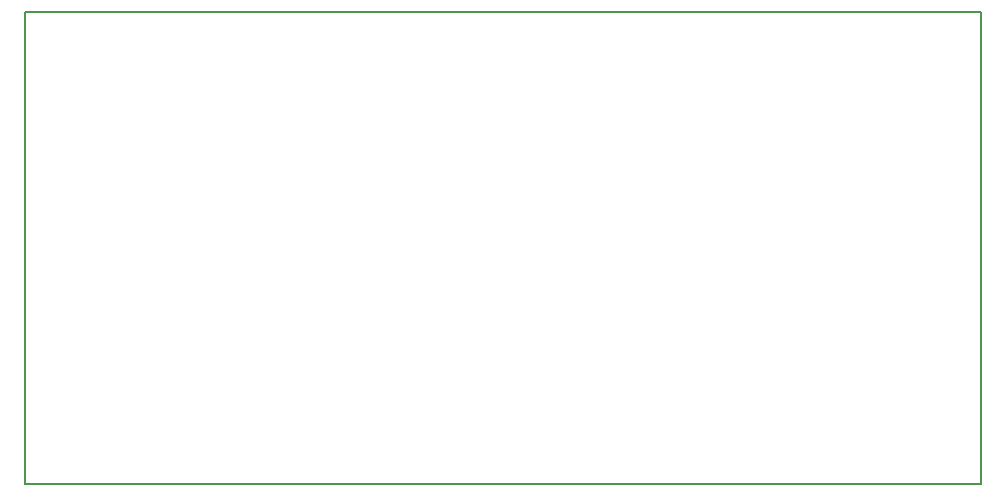
<source format=gm1>
%FSLAX25Y25*%
%MOIN*%
G70*
G01*
G75*
G04 Layer_Color=16711935*
%ADD10R,0.10630X0.03937*%
%ADD11R,0.02126X0.03543*%
%ADD12R,0.06299X0.01969*%
%ADD13R,0.07874X0.14410*%
%ADD14R,0.09843X0.14410*%
%ADD15R,0.25590X0.07559*%
%ADD16R,0.03543X0.02126*%
%ADD17R,0.01969X0.06299*%
%ADD18R,0.14410X0.07874*%
%ADD19R,0.14410X0.09843*%
%ADD20R,0.48504X0.15354*%
%ADD21C,0.00800*%
%ADD22R,0.19863X0.06977*%
%ADD23R,0.06180X0.93198*%
%ADD24R,0.45000X0.11900*%
%ADD25R,0.14563X0.09851*%
%ADD26R,0.30545X0.09475*%
%ADD27R,0.84414X0.11700*%
%ADD28R,0.46600X0.09300*%
%ADD29R,0.07500X0.15800*%
%ADD30R,0.07871X0.17200*%
%ADD31C,0.00500*%
%ADD32O,0.11811X0.09843*%
%ADD33R,0.11811X0.09843*%
%ADD34C,0.04000*%
%ADD35C,0.03000*%
%ADD36C,0.02000*%
%ADD37C,0.05000*%
%ADD38R,0.02756X0.03347*%
%ADD39R,0.03347X0.02756*%
%ADD40R,0.05118X0.03937*%
%ADD41O,0.02756X0.01181*%
%ADD42O,0.01181X0.02756*%
%ADD43R,0.07087X0.13386*%
%ADD44R,0.05000X0.94000*%
%ADD45R,0.16800X0.04300*%
%ADD46R,0.02620X0.27359*%
%ADD47R,0.02295X0.26700*%
%ADD48C,0.01000*%
%ADD49R,0.82400X0.16100*%
%ADD50R,0.11430X0.04737*%
%ADD51R,0.02926X0.04343*%
%ADD52R,0.07099X0.02769*%
%ADD53R,0.08674X0.15210*%
%ADD54R,0.10642X0.15210*%
%ADD55R,0.26391X0.08359*%
%ADD56R,0.04343X0.02926*%
%ADD57R,0.02769X0.07099*%
%ADD58R,0.15210X0.08674*%
%ADD59R,0.15210X0.10642*%
%ADD60R,0.49304X0.16154*%
%ADD61O,0.12611X0.10642*%
%ADD62R,0.12611X0.10642*%
%ADD63R,0.03556X0.04147*%
%ADD64R,0.04147X0.03556*%
%ADD65R,0.05918X0.04737*%
%ADD66O,0.03556X0.01981*%
%ADD67O,0.01981X0.03556*%
%ADD68R,0.07887X0.14186*%
%ADD69C,0.00984*%
D31*
X0Y-157480D02*
Y0D01*
Y-157480D02*
X318898D01*
Y0D01*
X0D02*
X318898D01*
X0Y-157480D02*
Y0D01*
Y-157480D02*
X318898D01*
Y0D01*
X0D02*
X318898D01*
M02*

</source>
